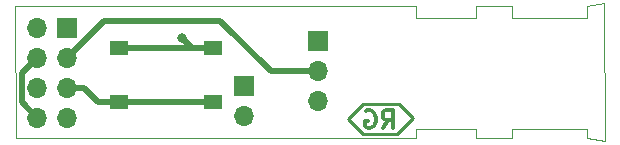
<source format=gbl>
G04 #@! TF.GenerationSoftware,KiCad,Pcbnew,6.0.7-f9a2dced07~116~ubuntu20.04.1*
G04 #@! TF.CreationDate,2022-09-06T19:45:12+02:00*
G04 #@! TF.ProjectId,wled-lion,776c6564-2d6c-4696-9f6e-2e6b69636164,rev?*
G04 #@! TF.SameCoordinates,Original*
G04 #@! TF.FileFunction,Copper,L2,Bot*
G04 #@! TF.FilePolarity,Positive*
%FSLAX46Y46*%
G04 Gerber Fmt 4.6, Leading zero omitted, Abs format (unit mm)*
G04 Created by KiCad (PCBNEW 6.0.7-f9a2dced07~116~ubuntu20.04.1) date 2022-09-06 19:45:12*
%MOMM*%
%LPD*%
G01*
G04 APERTURE LIST*
G04 #@! TA.AperFunction,Profile*
%ADD10C,0.050000*%
G04 #@! TD*
%ADD11C,0.300000*%
G04 #@! TA.AperFunction,NonConductor*
%ADD12C,0.300000*%
G04 #@! TD*
G04 #@! TA.AperFunction,EtchedComponent*
%ADD13C,0.250000*%
G04 #@! TD*
G04 #@! TA.AperFunction,ComponentPad*
%ADD14R,1.700000X1.700000*%
G04 #@! TD*
G04 #@! TA.AperFunction,ComponentPad*
%ADD15O,1.700000X1.700000*%
G04 #@! TD*
G04 #@! TA.AperFunction,SMDPad,CuDef*
%ADD16R,1.550000X1.300000*%
G04 #@! TD*
G04 #@! TA.AperFunction,ViaPad*
%ADD17C,0.800000*%
G04 #@! TD*
G04 #@! TA.AperFunction,Conductor*
%ADD18C,0.500000*%
G04 #@! TD*
G04 #@! TA.AperFunction,Conductor*
%ADD19C,1.000000*%
G04 #@! TD*
G04 APERTURE END LIST*
D10*
X182372000Y-84582000D02*
X148450000Y-84550000D01*
X198350000Y-84328000D02*
X198374000Y-96012000D01*
X190500000Y-85598000D02*
X196850000Y-85598000D01*
X190500000Y-94996000D02*
X196850000Y-94996000D01*
X182372000Y-95758000D02*
X182372000Y-94996000D01*
X148450000Y-84550000D02*
X148500000Y-95758000D01*
X187452000Y-94996000D02*
X187452000Y-95758000D01*
X190500000Y-84582000D02*
X190500000Y-85598000D01*
X182372000Y-85598000D02*
X187452000Y-85598000D01*
X187452000Y-95758000D02*
X190500000Y-95758000D01*
X182372000Y-85598000D02*
X182372000Y-84582000D01*
X187452000Y-85598000D02*
X187452000Y-84582000D01*
X198350000Y-84328000D02*
X196850000Y-84582000D01*
X196850000Y-94996000D02*
X196850000Y-95758000D01*
X187452000Y-84582000D02*
X190500000Y-84582000D01*
X196850000Y-95758000D02*
X198374000Y-96012000D01*
X182372000Y-94996000D02*
X187452000Y-94996000D01*
X190500000Y-95758000D02*
X190500000Y-94996000D01*
X196850000Y-84582000D02*
X196850000Y-85598000D01*
X148500000Y-95758000D02*
X182372000Y-95758000D01*
D11*
D12*
X179560714Y-94903571D02*
X180060714Y-94189285D01*
X180417857Y-94903571D02*
X180417857Y-93403571D01*
X179846428Y-93403571D01*
X179703571Y-93475000D01*
X179632142Y-93546428D01*
X179560714Y-93689285D01*
X179560714Y-93903571D01*
X179632142Y-94046428D01*
X179703571Y-94117857D01*
X179846428Y-94189285D01*
X180417857Y-94189285D01*
X178132142Y-93475000D02*
X178275000Y-93403571D01*
X178489285Y-93403571D01*
X178703571Y-93475000D01*
X178846428Y-93617857D01*
X178917857Y-93760714D01*
X178989285Y-94046428D01*
X178989285Y-94260714D01*
X178917857Y-94546428D01*
X178846428Y-94689285D01*
X178703571Y-94832142D01*
X178489285Y-94903571D01*
X178346428Y-94903571D01*
X178132142Y-94832142D01*
X178060714Y-94760714D01*
X178060714Y-94260714D01*
X178346428Y-94260714D01*
D13*
X180825000Y-95375000D02*
X182125000Y-94075000D01*
X182125000Y-94075000D02*
X180921419Y-92871419D01*
X177875000Y-95375000D02*
X180825000Y-95375000D01*
X180921419Y-92871419D02*
X177878581Y-92871419D01*
X177878581Y-92871419D02*
X176625000Y-94125000D01*
X176625000Y-94125000D02*
X177875000Y-95375000D01*
D14*
X152850000Y-86400000D03*
D15*
X150310000Y-86400000D03*
X152850000Y-88940000D03*
X150310000Y-88940000D03*
X152850000Y-91480000D03*
X150310000Y-91480000D03*
X152850000Y-94020000D03*
X150310000Y-94020000D03*
D14*
X174100000Y-87550000D03*
D15*
X174100000Y-90090000D03*
X174100000Y-92630000D03*
D14*
X167850000Y-91350000D03*
D15*
X167850000Y-93890000D03*
D16*
X165239000Y-88148000D03*
X157289000Y-88148000D03*
X157289000Y-92648000D03*
X165239000Y-92648000D03*
D17*
X162600000Y-87300000D03*
D18*
X161648000Y-88148000D02*
X165239000Y-88148000D01*
D19*
X152900000Y-86350000D02*
X152850000Y-86400000D01*
D18*
X163448000Y-88148000D02*
X163648000Y-88148000D01*
X163648000Y-88148000D02*
X163248000Y-88148000D01*
X161648000Y-88148000D02*
X162152000Y-88148000D01*
X157289000Y-88148000D02*
X161648000Y-88148000D01*
X162600000Y-87300000D02*
X163448000Y-88148000D01*
X165239000Y-88148000D02*
X163648000Y-88148000D01*
X149000000Y-92710000D02*
X150310000Y-94020000D01*
X149000000Y-90250000D02*
X149000000Y-92710000D01*
X150310000Y-88940000D02*
X149000000Y-90250000D01*
X157289000Y-92648000D02*
X165239000Y-92648000D01*
X152850000Y-91480000D02*
X154280000Y-91480000D01*
X155448000Y-92648000D02*
X157289000Y-92648000D01*
X154280000Y-91480000D02*
X155448000Y-92648000D01*
X165800000Y-85800000D02*
X155990000Y-85800000D01*
X170090000Y-90090000D02*
X165800000Y-85800000D01*
X155990000Y-85800000D02*
X152850000Y-88940000D01*
X174100000Y-90090000D02*
X170090000Y-90090000D01*
M02*

</source>
